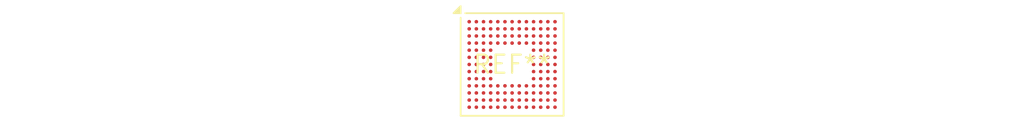
<source format=kicad_pcb>
(kicad_pcb (version 20240108) (generator pcbnew)
  (layers (0 "F.Cu" signal) (31 "B.Cu" signal) (34 "B.Paste" user) (35 "F.Paste" user) (36 "B.SilkS" user "B.Silkscreen") (37 "F.SilkS" user "F.Silkscreen") (38 "B.Mask" user) (39 "F.Mask" user) (44 "Edge.Cuts" user))
  (net 0 "")
  (footprint "BGA-144_7.0x7.0mm_Layout13x13_P0.5mm_Ball0.3mm_Pad0.25mm_NSMD" (layer "F.Cu") (at 0 0)
    (property "Reference" "REF**")
    (property "Value" "BGA-144_7.0x7.0mm_Layout13x13_P0.5mm_Ball0.3mm_Pad0.25mm_NSMD")
    (fp_line (start -3.6 -3.28) (end -3.6 3.6) (layer "F.SilkS") (stroke (width 0.12)))
    (fp_line (start -3.6 3.6) (end 3.6 3.6) (layer "F.SilkS") (stroke (width 0.12)))
    (fp_line (start 3.6 -3.6) (end -3.28 -3.6) (layer "F.SilkS") (stroke (width 0.12)))
    (fp_line (start 3.6 3.6) (end 3.6 -3.6) (layer "F.SilkS") (stroke (width 0.12)))
    (fp_poly (pts (xy -3.6 -3.6) (xy -4.1 -3.6) (xy -3.6 -4.1) (xy -3.6 -3.6)) (layer "F.SilkS") (stroke (width 0.12)) (fill solid))
    (pad "A1" smd circle (at -3 -3) (size 0.25 0.25) (property pad_prop_bga) (layers "F.Cu" "F.Paste" "F.Mask"))
    (pad "A2" smd circle (at -2.5 -3) (size 0.25 0.25) (property pad_prop_bga) (layers "F.Cu" "F.Paste" "F.Mask"))
    (pad "A3" smd circle (at -2 -3) (size 0.25 0.25) (property pad_prop_bga) (layers "F.Cu" "F.Paste" "F.Mask"))
    (pad "A4" smd circle (at -1.5 -3) (size 0.25 0.25) (property pad_prop_bga) (layers "F.Cu" "F.Paste" "F.Mask"))
    (pad "A5" smd circle (at -1 -3) (size 0.25 0.25) (property pad_prop_bga) (layers "F.Cu" "F.Paste" "F.Mask"))
    (pad "A6" smd circle (at -0.5 -3) (size 0.25 0.25) (property pad_prop_bga) (layers "F.Cu" "F.Paste" "F.Mask"))
    (pad "A7" smd circle (at 0 -3) (size 0.25 0.25) (property pad_prop_bga) (layers "F.Cu" "F.Paste" "F.Mask"))
    (pad "A8" smd circle (at 0.5 -3) (size 0.25 0.25) (property pad_prop_bga) (layers "F.Cu" "F.Paste" "F.Mask"))
    (pad "A9" smd circle (at 1 -3) (size 0.25 0.25) (property pad_prop_bga) (layers "F.Cu" "F.Paste" "F.Mask"))
    (pad "A10" smd circle (at 1.5 -3) (size 0.25 0.25) (property pad_prop_bga) (layers "F.Cu" "F.Paste" "F.Mask"))
    (pad "A11" smd circle (at 2 -3) (size 0.25 0.25) (property pad_prop_bga) (layers "F.Cu" "F.Paste" "F.Mask"))
    (pad "A12" smd circle (at 2.5 -3) (size 0.25 0.25) (property pad_prop_bga) (layers "F.Cu" "F.Paste" "F.Mask"))
    (pad "A13" smd circle (at 3 -3) (size 0.25 0.25) (property pad_prop_bga) (layers "F.Cu" "F.Paste" "F.Mask"))
    (pad "B1" smd circle (at -3 -2.5) (size 0.25 0.25) (property pad_prop_bga) (layers "F.Cu" "F.Paste" "F.Mask"))
    (pad "B2" smd circle (at -2.5 -2.5) (size 0.25 0.25) (property pad_prop_bga) (layers "F.Cu" "F.Paste" "F.Mask"))
    (pad "B3" smd circle (at -2 -2.5) (size 0.25 0.25) (property pad_prop_bga) (layers "F.Cu" "F.Paste" "F.Mask"))
    (pad "B4" smd circle (at -1.5 -2.5) (size 0.25 0.25) (property pad_prop_bga) (layers "F.Cu" "F.Paste" "F.Mask"))
    (pad "B5" smd circle (at -1 -2.5) (size 0.25 0.25) (property pad_prop_bga) (layers "F.Cu" "F.Paste" "F.Mask"))
    (pad "B6" smd circle (at -0.5 -2.5) (size 0.25 0.25) (property pad_prop_bga) (layers "F.Cu" "F.Paste" "F.Mask"))
    (pad "B7" smd circle (at 0 -2.5) (size 0.25 0.25) (property pad_prop_bga) (layers "F.Cu" "F.Paste" "F.Mask"))
    (pad "B8" smd circle (at 0.5 -2.5) (size 0.25 0.25) (property pad_prop_bga) (layers "F.Cu" "F.Paste" "F.Mask"))
    (pad "B9" smd circle (at 1 -2.5) (size 0.25 0.25) (property pad_prop_bga) (layers "F.Cu" "F.Paste" "F.Mask"))
    (pad "B10" smd circle (at 1.5 -2.5) (size 0.25 0.25) (property pad_prop_bga) (layers "F.Cu" "F.Paste" "F.Mask"))
    (pad "B11" smd circle (at 2 -2.5) (size 0.25 0.25) (property pad_prop_bga) (layers "F.Cu" "F.Paste" "F.Mask"))
    (pad "B12" smd circle (at 2.5 -2.5) (size 0.25 0.25) (property pad_prop_bga) (layers "F.Cu" "F.Paste" "F.Mask"))
    (pad "B13" smd circle (at 3 -2.5) (size 0.25 0.25) (property pad_prop_bga) (layers "F.Cu" "F.Paste" "F.Mask"))
    (pad "C1" smd circle (at -3 -2) (size 0.25 0.25) (property pad_prop_bga) (layers "F.Cu" "F.Paste" "F.Mask"))
    (pad "C2" smd circle (at -2.5 -2) (size 0.25 0.25) (property pad_prop_bga) (layers "F.Cu" "F.Paste" "F.Mask"))
    (pad "C3" smd circle (at -2 -2) (size 0.25 0.25) (property pad_prop_bga) (layers "F.Cu" "F.Paste" "F.Mask"))
    (pad "C4" smd circle (at -1.5 -2) (size 0.25 0.25) (property pad_prop_bga) (layers "F.Cu" "F.Paste" "F.Mask"))
    (pad "C5" smd circle (at -1 -2) (size 0.25 0.25) (property pad_prop_bga) (layers "F.Cu" "F.Paste" "F.Mask"))
    (pad "C6" smd circle (at -0.5 -2) (size 0.25 0.25) (property pad_prop_bga) (layers "F.Cu" "F.Paste" "F.Mask"))
    (pad "C7" smd circle (at 0 -2) (size 0.25 0.25) (property pad_prop_bga) (layers "F.Cu" "F.Paste" "F.Mask"))
    (pad "C8" smd circle (at 0.5 -2) (size 0.25 0.25) (property pad_prop_bga) (layers "F.Cu" "F.Paste" "F.Mask"))
    (pad "C9" smd circle (at 1 -2) (size 0.25 0.25) (property pad_prop_bga) (layers "F.Cu" "F.Paste" "F.Mask"))
    (pad "C10" smd circle (at 1.5 -2) (size 0.25 0.25) (property pad_prop_bga) (layers "F.Cu" "F.Paste" "F.Mask"))
    (pad "C11" smd circle (at 2 -2) (size 0.25 0.25) (property pad_prop_bga) (layers "F.Cu" "F.Paste" "F.Mask"))
    (pad "C12" smd circle (at 2.5 -2) (size 0.25 0.25) (property pad_prop_bga) (layers "F.Cu" "F.Paste" "F.Mask"))
    (pad "C13" smd circle (at 3 -2) (size 0.25 0.25) (property pad_prop_bga) (layers "F.Cu" "F.Paste" "F.Mask"))
    (pad "D1" smd circle (at -3 -1.5) (size 0.25 0.25) (property pad_prop_bga) (layers "F.Cu" "F.Paste" "F.Mask"))
    (pad "D2" smd circle (at -2.5 -1.5) (size 0.25 0.25) (property pad_prop_bga) (layers "F.Cu" "F.Paste" "F.Mask"))
    (pad "D3" smd circle (at -2 -1.5) (size 0.25 0.25) (property pad_prop_bga) (layers "F.Cu" "F.Paste" "F.Mask"))
    (pad "D4" smd circle (at -1.5 -1.5) (size 0.25 0.25) (property pad_prop_bga) (layers "F.Cu" "F.Paste" "F.Mask"))
    (pad "D5" smd circle (at -1 -1.5) (size 0.25 0.25) (property pad_prop_bga) (layers "F.Cu" "F.Paste" "F.Mask"))
    (pad "D6" smd circle (at -0.5 -1.5) (size 0.25 0.25) (property pad_prop_bga) (layers "F.Cu" "F.Paste" "F.Mask"))
    (pad "D7" smd circle (at 0 -1.5) (size 0.25 0.25) (property pad_prop_bga) (layers "F.Cu" "F.Paste" "F.Mask"))
    (pad "D8" smd circle (at 0.5 -1.5) (size 0.25 0.25) (property pad_prop_bga) (layers "F.Cu" "F.Paste" "F.Mask"))
    (pad "D9" smd circle (at 1 -1.5) (size 0.25 0.25) (property pad_prop_bga) (layers "F.Cu" "F.Paste" "F.Mask"))
    (pad "D10" smd circle (at 1.5 -1.5) (size 0.25 0.25) (property pad_prop_bga) (layers "F.Cu" "F.Paste" "F.Mask"))
    (pad "D11" smd circle (at 2 -1.5) (size 0.25 0.25) (property pad_prop_bga) (layers "F.Cu" "F.Paste" "F.Mask"))
    (pad "D12" smd circle (at 2.5 -1.5) (size 0.25 0.25) (property pad_prop_bga) (layers "F.Cu" "F.Paste" "F.Mask"))
    (pad "D13" smd circle (at 3 -1.5) (size 0.25 0.25) (property pad_prop_bga) (layers "F.Cu" "F.Paste" "F.Mask"))
    (pad "E1" smd circle (at -3 -1) (size 0.25 0.25) (property pad_prop_bga) (layers "F.Cu" "F.Paste" "F.Mask"))
    (pad "E2" smd circle (at -2.5 -1) (size 0.25 0.25) (property pad_prop_bga) (layers "F.Cu" "F.Paste" "F.Mask"))
    (pad "E3" smd circle (at -2 -1) (size 0.25 0.25) (property pad_prop_bga) (layers "F.Cu" "F.Paste" "F.Mask"))
    (pad "E4" smd circle (at -1.5 -1) (size 0.25 0.25) (property pad_prop_bga) (layers "F.Cu" "F.Paste" "F.Mask"))
    (pad "E10" smd circle (at 1.5 -1) (size 0.25 0.25) (property pad_prop_bga) (layers "F.Cu" "F.Paste" "F.Mask"))
    (pad "E11" smd circle (at 2 -1) (size 0.25 0.25) (property pad_prop_bga) (layers "F.Cu" "F.Paste" "F.Mask"))
    (pad "E12" smd circle (at 2.5 -1) (size 0.25 0.25) (property pad_prop_bga) (layers "F.Cu" "F.Paste" "F.Mask"))
    (pad "E13" smd circle (at 3 -1) (size 0.25 0.25) (property pad_prop_bga) (layers "F.Cu" "F.Paste" "F.Mask"))
    (pad "F1" smd circle (at -3 -0.5) (size 0.25 0.25) (property pad_prop_bga) (layers "F.Cu" "F.Paste" "F.Mask"))
    (pad "F2" smd circle (at -2.5 -0.5) (size 0.25 0.25) (property pad_prop_bga) (layers "F.Cu" "F.Paste" "F.Mask"))
    (pad "F3" smd circle (at -2 -0.5) (size 0.25 0.25) (property pad_prop_bga) (layers "F.Cu" "F.Paste" "F.Mask"))
    (pad "F4" smd circle (at -1.5 -0.5) (size 0.25 0.25) (property pad_prop_bga) (layers "F.Cu" "F.Paste" "F.Mask"))
    (pad "F10" smd circle (at 1.5 -0.5) (size 0.25 0.25) (property pad_prop_bga) (layers "F.Cu" "F.Paste" "F.Mask"))
    (pad "F11" smd circle (at 2 -0.5) (size 0.25 0.25) (property pad_prop_bga) (layers "F.Cu" "F.Paste" "F.Mask"))
    (pad "F12" smd circle (at 2.5 -0.5) (size 0.25 0.25) (property pad_prop_bga) (layers "F.Cu" "F.Paste" "F.Mask"))
    (pad "F13" smd circle (at 3 -0.5) (size 0.25 0.25) (property pad_prop_bga) (layers "F.Cu" "F.Paste" "F.Mask"))
    (pad "G1" smd circle (at -3 0) (size 0.25 0.25) (property pad_prop_bga) (layers "F.Cu" "F.Paste" "F.Mask"))
    (pad "G2" smd circle (at -2.5 0) (size 0.25 0.25) (property pad_prop_bga) (layers "F.Cu" "F.Paste" "F.Mask"))
    (pad "G3" smd circle (at -2 0) (size 0.25 0.25) (property pad_prop_bga) (layers "F.Cu" "F.Paste" "F.Mask"))
    (pad "G4" smd circle (at -1.5 0) (size 0.25 0.25) (property pad_prop_bga) (layers "F.Cu" "F.Paste" "F.Mask"))
    (pad "G10" smd circle (at 1.5 0) (size 0.25 0.25) (property pad_prop_bga) (layers "F.Cu" "F.Paste" "F.Mask"))
    (pad "G11" smd circle (at 2 0) (size 0.25 0.25) (property pad_prop_bga) (layers "F.Cu" "F.Paste" "F.Mask"))
    (pad "G12" smd circle (at 2.5 0) (size 0.25 0.25) (property pad_prop_bga) (layers "F.Cu" "F.Paste" "F.Mask"))
    (pad "G13" smd circle (at 3 0) (size 0.25 0.25) (property pad_prop_bga) (layers "F.Cu" "F.Paste" "F.Mask"))
    (pad "H1" smd circle (at -3 0.5) (size 0.25 0.25) (property pad_prop_bga) (layers "F.Cu" "F.Paste" "F.Mask"))
    (pad "H2" smd circle (at -2.5 0.5) (size 0.25 0.25) (property pad_prop_bga) (layers "F.Cu" "F.Paste" "F.Mask"))
    (pad "H3" smd circle (at -2 0.5) (size 0.25 0.25) (property pad_prop_bga) (layers "F.Cu" "F.Paste" "F.Mask"))
    (pad "H4" smd circle (at -1.5 0.5) (size 0.25 0.25) (property pad_prop_bga) (layers "F.Cu" "F.Paste" "F.Mask"))
    (pad "H10" smd circle (at 1.5 0.5) (size 0.25 0.25) (property pad_prop_bga) (layers "F.Cu" "F.Paste" "F.Mask"))
    (pad "H11" smd circle (at 2 0.5) (size 0.25 0.25) (property pad_prop_bga) (layers "F.Cu" "F.Paste" "F.Mask"))
    (pad "H12" smd circle (at 2.5 0.5) (size 0.25 0.25) (property pad_prop_bga) (layers "F.Cu" "F.Paste" "F.Mask"))
    (pad "H13" smd circle (at 3 0.5) (size 0.25 0.25) (property pad_prop_bga) (layers "F.Cu" "F.Paste" "F.Mask"))
    (pad "J1" smd circle (at -3 1) (size 0.25 0.25) (property pad_prop_bga) (layers "F.Cu" "F.Paste" "F.Mask"))
    (pad "J2" smd circle (at -2.5 1) (size 0.25 0.25) (property pad_prop_bga) (layers "F.Cu" "F.Paste" "F.Mask"))
    (pad "J3" smd circle (at -2 1) (size 0.25 0.25) (property pad_prop_bga) (layers "F.Cu" "F.Paste" "F.Mask"))
    (pad "J4" smd circle (at -1.5 1) (size 0.25 0.25) (property pad_prop_bga) (layers "F.Cu" "F.Paste" "F.Mask"))
    (pad "J10" smd circle (at 1.5 1) (size 0.25 0.25) (property pad_prop_bga) (layers "F.Cu" "F.Paste" "F.Mask"))
    (pad "J11" smd circle (at 2 1) (size 0.25 0.25) (property pad_prop_bga) (layers "F.Cu" "F.Paste" "F.Mask"))
    (pad "J12" smd circle (at 2.5 1) (size 0.25 0.25) (property pad_prop_bga) (layers "F.Cu" "F.Paste" "F.Mask"))
    (pad "J13" smd circle (at 3 1) (size 0.25 0.25) (property pad_prop_bga) (layers "F.Cu" "F.Paste" "F.Mask"))
    (pad "K1" smd circle (at -3 1.5) (size 0.25 0.25) (property pad_prop_bga) (layers "F.Cu" "F.Paste" "F.Mask"))
    (pad "K2" smd circle (at -2.5 1.5) (size 0.25 0.25) (property pad_prop_bga) (layers "F.Cu" "F.Paste" "F.Mask"))
    (pad "K3" smd circle (at -2 1.5) (size 0.25 0.25) (property pad_prop_bga) (layers "F.Cu" "F.Paste" "F.Mask"))
    (pad "K4" smd circle (at -1.5 1.5) (size 0.25 0.25) (property pad_prop_bga) (layers "F.Cu" "F.Paste" "F.Mask"))
    (pad "K5" smd circle (at -1 1.5) (size 0.25 0.25) (property pad_prop_bga) (layers "F.Cu" "F.Paste" "F.Mask"))
    (pad "K6" smd circle (at -0.5 1.5) (size 0.25 0.25) (property pad_prop_bga) (layers "F.Cu" "F.Paste" "F.Mask"))
    (pad "K7" smd circle (at 0 1.5) (size 0.25 0.25) (property pad_prop_bga) (layers "F.Cu" "F.Paste" "F.Mask"))
    (pad "K8" smd circle (at 0.5 1.5) (size 0.25 0.25) (property pad_prop_bga) (layers "F.Cu" "F.Paste" "F.Mask"))
    (pad "K9" smd circle (at 1 1.5) (size 0.25 0.25) (property pad_prop_bga) (layers "F.Cu" "F.Paste" "F.Mask"))
    (pad "K10" smd circle (at 1.5 1.5) (size 0.25 0.25) (property pad_prop_bga) (layers "F.Cu" "F.Paste" "F.Mask"))
    (pad "K11" smd circle (at 2 1.5) (size 0.25 0.25) (property pad_prop_bga) (layers "F.Cu" "F.Paste" "F.Mask"))
    (pad "K12" smd circle (at 2.5 1.5) (size 0.25 0.25) (property pad_prop_bga) (layers "F.Cu" "F.Paste" "F.Mask"))
    (pad "K13" smd circle (at 3 1.5) (size 0.25 0.25) (property pad_prop_bga) (layers "F.Cu" "F.Paste" "F.Mask"))
    (pad "L1" smd circle (at -3 2) (size 0.25 0.25) (property pad_prop_bga) (layers "F.Cu" "F.Paste" "F.Mask"))
    (pad "L2" smd circle (at -2.5 2) (size 0.25 0.25) (property pad_prop_bga) (layers "F.Cu" "F.Paste" "F.Mask"))
    (pad "L3" smd circle (at -2 2) (size 0.25 0.25) (property pad_prop_bga) (layers "F.Cu" "F.Paste" "F.Mask"))
    (pad "L4" smd circle (at -1.5 2) (size 0.25 0.25) (property pad_prop_bga) (layers "F.Cu" "F.Paste" "F.Mask"))
    (pad "L5" smd circle (at -1 2) (size 0.25 0.25) (property pad_prop_bga) (layers "F.Cu" "F.Paste" "F.Mask"))
    (pad "L6" smd circle (at -0.5 2) (size 0.25 0.25) (property pad_prop_bga) (layers "F.Cu" "F.Paste" "F.Mask"))
    (pad "L7" smd circle (at 0 2) (size 0.25 0.25) (property pad_prop_bga) (layers "F.Cu" "F.Paste" "F.Mask"))
    (pad "L8" smd circle (at 0.5 2) (size 0.25 0.25) (property pad_prop_bga) (layers "F.Cu" "F.Paste" "F.Mask"))
    (pad "L9" smd circle (at 1 2) (size 0.25 0.25) (property pad_prop_bga) (layers "F.Cu" "F.Paste" "F.Mask"))
    (pad "L10" smd circle (at 1.5 2) (size 0.25 0.25) (property pad_prop_bga) (layers "F.Cu" "F.Paste" "F.Mask"))
    (pad "L11" smd circle (at 2 2) (size 0.25 0.25) (property pad_prop_bga) (layers "F.Cu" "F.Paste" "F.Mask"))
    (pad "L12" smd circle (at 2.5 2) (size 0.25 0.25) (property pad_prop_bga) (layers "F.Cu" "F.Paste" "F.Mask"))
    (pad "L13" smd circle (at 3 2) (size 0.25 0.25) (property pad_prop_bga) (layers "F.Cu" "F.Paste" "F.Mask"))
    (pad "M1" smd circle (at -3 2.5) (size 0.25 0.25) (property pad_prop_bga) (layers "F.Cu" "F.Paste" "F.Mask"))
    (pad "M2" smd circle (at -2.5 2.5) (size 0.25 0.25) (property pad_prop_bga) (layers "F.Cu" "F.Paste" "F.Mask"))
    (pad "M3" smd circle (at -2 2.5) (size 0.25 0.25) (property pad_prop_bga) (layers "F.Cu" "F.Paste" "F.Mask"))
    (pad "M4" smd circle (at -1.5 2.5) (size 0.25 0.25) (property pad_prop_bga) (layers "F.Cu" "F.Paste" "F.Mask"))
    (pad "M5" smd circle (at -1 2.5) (size 0.25 0.25) (property pad_prop_bga) (layers "F.Cu" "F.Paste" "F.Mask"))
    (pad "M6" smd circle (at -0.5 2.5) (size 0.25 0.25) (property pad_prop_bga) (layers "F.Cu" "F.Paste" "F.Mask"))
    (pad "M7" smd circle (at 0 2.5) (size 0.25 0.25) (property pad_prop_bga) (layers "F.Cu" "F.Paste" "F.Mask"))
    (pad "M8" smd circle (at 0.5 2.5) (size 0.25 0.25) (property pad_prop_bga) (layers "F.Cu" "F.Paste" "F.Mask"))
    (pad "M9" smd circle (at 1 2.5) (size 0.25 0.25) (property pad_prop_bga) (layers "F.Cu" "F.Paste" "F.Mask"))
    (pad "M10" smd circle (at 1.5 2.5) (size 0.25 0.25) (property pad_prop_bga) (layers "F.Cu" "F.Paste" "F.Mask"))
    (pad "M11" smd circle (at 2 2.5) (size 0.25 0.25) (property pad_prop_bga) (layers "F.Cu" "F.Paste" "F.Mask"))
    (pad "M12" smd circle (at 2.5 2.5) (size 0.25 0.25) (property pad_prop_bga) (layers "F.Cu" "F.Paste" "F.Mask"))
    (pad "M13" smd circle (at 3 2.5) (size 0.25 0.25) (property pad_prop_bga) (layers "F.Cu" "F.Paste" "F.Mask"))
    (pad "N1" smd circle (at -3 3) (size 0.25 0.25) (property pad_prop_bga) (layers "F.Cu" "F.Paste" "F.Mask"))
    (pad "N2" smd circle (at -2.5 3) (size 0.25 0.25) (property pad_prop_bga) (layers "F.Cu" "F.Paste" "F.Mask"))
    (pad "N3" smd circle (at -2 3) (size 0.25 0.25) (property pad_prop_bga) (layers "F.Cu" "F.Paste" "F.Mask"))
    (pad "N4" smd circle (at -1.5 3) (size 0.25 0.25) (property pad_prop_bga) (layers "F.Cu" "F.Paste" "F.Mask"))
    (pad "N5" smd circle (at -1 3) (size 0.25 0.25) (property pad_prop_bga) (layers "F.Cu" "F.Paste" "F.Mask"))
    (pad "N6" smd circle (at -0.5 3) (size 0.25 0.25) (property pad_prop_bga) (layers "F.Cu" "F.Paste" "F.Mask"))
    (pad "N7" smd circle (at 0 3) (size 0.25 0.25) (property pad_prop_bga) (layers "F.Cu" "F.Paste" "F.Mask"))
    (pad "N8" smd circle (at 0.5 3) (size 0.25 0.25) (property pad_prop_bga) (layers "F.Cu" "F.Paste" "F.Mask"))
    (pad "N9" smd circle (at 1 3) (size 0.25 0.25) (property pad_prop_bga) (layers "F.Cu" "F.Paste" "F.Mask"))
    (pad "N10" smd circle (at 1.5 3) (size 0.25 0.25) (property pad_prop_bga) (layers "F.Cu" "F.Paste" "F.Mask"))
    (pad "N11" smd circle (at 2 3) (size 0.25 0.25) (property pad_prop_bga) (layers "F.Cu" "F.Paste" "F.Mask"))
    (pad "N12" smd circle (at 2.5 3) (size 0.25 0.25) (property pad_prop_bga) (layers "F.Cu" "F.Paste" "F.Mask"))
    (pad "N13" smd circle (at 3 3) (size 0.25 0.25) (property pad_prop_bga) (layers "F.Cu" "F.Paste" "F.Mask"))
  )
)
</source>
